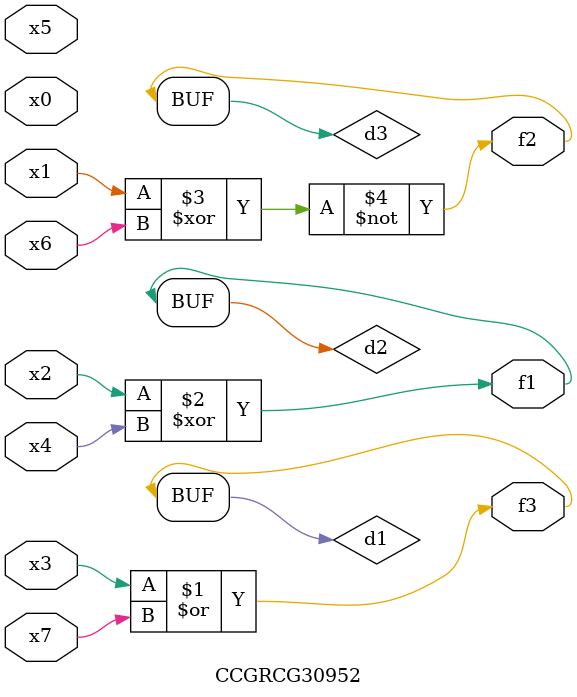
<source format=v>
module CCGRCG30952(
	input x0, x1, x2, x3, x4, x5, x6, x7,
	output f1, f2, f3
);

	wire d1, d2, d3;

	or (d1, x3, x7);
	xor (d2, x2, x4);
	xnor (d3, x1, x6);
	assign f1 = d2;
	assign f2 = d3;
	assign f3 = d1;
endmodule

</source>
